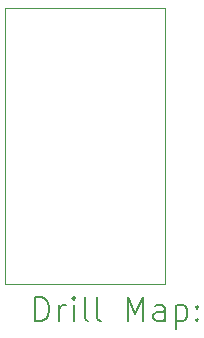
<source format=gbr>
%FSLAX45Y45*%
G04 Gerber Fmt 4.5, Leading zero omitted, Abs format (unit mm)*
G04 Created by KiCad (PCBNEW (6.0.1-0)) date 2022-03-15 16:22:52*
%MOMM*%
%LPD*%
G01*
G04 APERTURE LIST*
%TA.AperFunction,Profile*%
%ADD10C,0.100000*%
%TD*%
%ADD11C,0.200000*%
G04 APERTURE END LIST*
D10*
X10586000Y-4639000D02*
X10586000Y-6970000D01*
X11940000Y-4639000D02*
X11940000Y-6970000D01*
X10586000Y-6970000D02*
X11940000Y-6970000D01*
X10586000Y-4639000D02*
X11940000Y-4639000D01*
D11*
X10838619Y-7285476D02*
X10838619Y-7085476D01*
X10886238Y-7085476D01*
X10914810Y-7095000D01*
X10933857Y-7114048D01*
X10943381Y-7133095D01*
X10952905Y-7171190D01*
X10952905Y-7199762D01*
X10943381Y-7237857D01*
X10933857Y-7256905D01*
X10914810Y-7275952D01*
X10886238Y-7285476D01*
X10838619Y-7285476D01*
X11038619Y-7285476D02*
X11038619Y-7152143D01*
X11038619Y-7190238D02*
X11048143Y-7171190D01*
X11057667Y-7161667D01*
X11076714Y-7152143D01*
X11095762Y-7152143D01*
X11162429Y-7285476D02*
X11162429Y-7152143D01*
X11162429Y-7085476D02*
X11152905Y-7095000D01*
X11162429Y-7104524D01*
X11171952Y-7095000D01*
X11162429Y-7085476D01*
X11162429Y-7104524D01*
X11286238Y-7285476D02*
X11267190Y-7275952D01*
X11257667Y-7256905D01*
X11257667Y-7085476D01*
X11391000Y-7285476D02*
X11371952Y-7275952D01*
X11362428Y-7256905D01*
X11362428Y-7085476D01*
X11619571Y-7285476D02*
X11619571Y-7085476D01*
X11686238Y-7228333D01*
X11752905Y-7085476D01*
X11752905Y-7285476D01*
X11933857Y-7285476D02*
X11933857Y-7180714D01*
X11924333Y-7161667D01*
X11905286Y-7152143D01*
X11867190Y-7152143D01*
X11848143Y-7161667D01*
X11933857Y-7275952D02*
X11914809Y-7285476D01*
X11867190Y-7285476D01*
X11848143Y-7275952D01*
X11838619Y-7256905D01*
X11838619Y-7237857D01*
X11848143Y-7218809D01*
X11867190Y-7209286D01*
X11914809Y-7209286D01*
X11933857Y-7199762D01*
X12029095Y-7152143D02*
X12029095Y-7352143D01*
X12029095Y-7161667D02*
X12048143Y-7152143D01*
X12086238Y-7152143D01*
X12105286Y-7161667D01*
X12114809Y-7171190D01*
X12124333Y-7190238D01*
X12124333Y-7247381D01*
X12114809Y-7266428D01*
X12105286Y-7275952D01*
X12086238Y-7285476D01*
X12048143Y-7285476D01*
X12029095Y-7275952D01*
X12210048Y-7266428D02*
X12219571Y-7275952D01*
X12210048Y-7285476D01*
X12200524Y-7275952D01*
X12210048Y-7266428D01*
X12210048Y-7285476D01*
X12210048Y-7161667D02*
X12219571Y-7171190D01*
X12210048Y-7180714D01*
X12200524Y-7171190D01*
X12210048Y-7161667D01*
X12210048Y-7180714D01*
M02*

</source>
